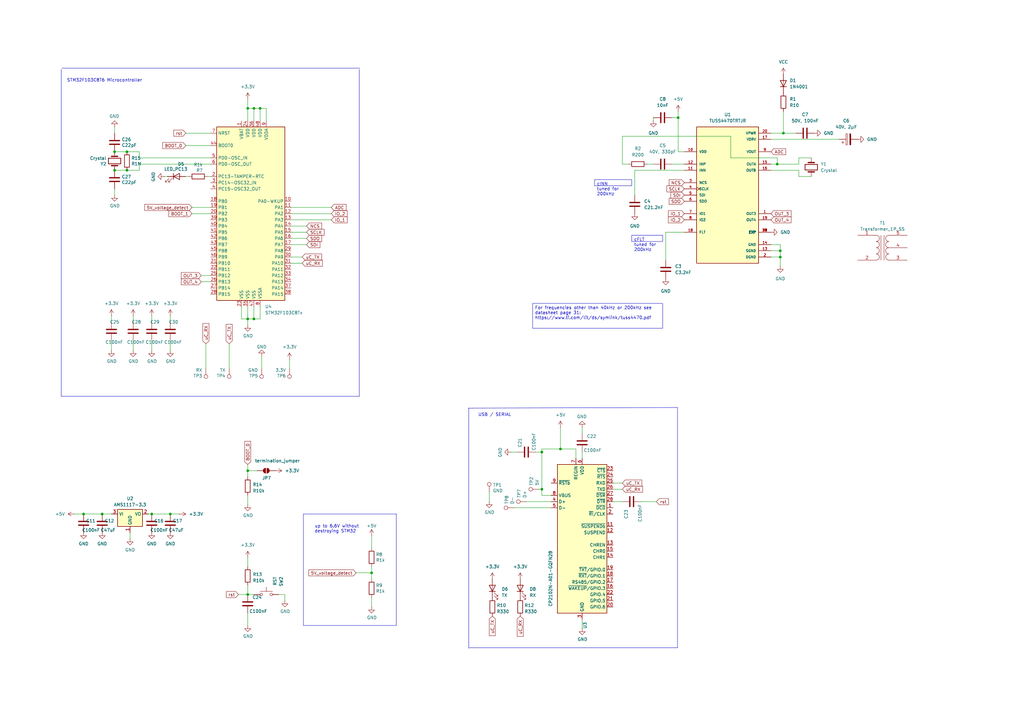
<source format=kicad_sch>
(kicad_sch (version 20231120) (generator "eeschema") (generator_version "8.0")
  (paper "A3")
  (lib_symbols
    (symbol "+3.3V_1" (power) (pin_numbers hide) (pin_names (offset 0) hide)
      (property "Value" "+3.3V" (at 0 3.556 0))
      (symbol "+3.3V_1_1_1"
        (pin power_in line (at 0 0 90) (length 0) (name "~") (number "1"))
      )
    )
    (symbol "Connector:TestPoint" (pin_numbers hide) (pin_names (offset 0.762) hide)
      (property "Reference" "TP" (at 0 6.858 0))
      (property "Value" "TestPoint" (at 0 5.08 0))
      (symbol "TestPoint_1_1"
        (pin passive line (at 0 0 90) (length 2.54) (name "1") (number "1"))
      )
    )
    (symbol "Device:C" (pin_numbers hide) (pin_names (offset 0.254))
      (property "Reference" "C" (at 0.635 2.54 0))
      (property "Value" "C" (at 0.635 -2.54 0))
      (symbol "C_1_1"
        (pin passive line (at 0 3.81 270) (length 2.794) (name "~") (number "1"))
        (pin passive line (at 0 -3.81 90) (length 2.794) (name "~") (number "2"))
      )
    )
    (symbol "Device:C_Polarized" (pin_numbers hide) (pin_names (offset 0.254))
      (property "Reference" "C" (at 0.635 2.54 0))
      (property "Value" "C_Polarized" (at 0.635 -2.54 0))
      (symbol "C_Polarized_1_1"
        (pin passive line (at 0 3.81 270) (length 2.794) (name "~") (number "1"))
        (pin passive line (at 0 -3.81 90) (length 2.794) (name "~") (number "2"))
      )
    )
    (symbol "Device:Crystal" (pin_numbers hide) (pin_names (offset 1.016) hide)
      (property "Reference" "Y" (at 0 3.81 0))
      (property "Value" "Crystal" (at 0 -3.81 0))
      (symbol "Crystal_1_1"
        (pin passive line (at -3.81 0 0) (length 1.27) (name "1") (number "1"))
        (pin passive line (at 3.81 0 180) (length 1.27) (name "2") (number "2"))
      )
    )
    (symbol "Device:LED" (pin_numbers hide) (pin_names (offset 1.016) hide)
      (property "Reference" "D" (at 0 2.54 0))
      (property "Value" "LED" (at 0 -2.54 0))
      (symbol "LED_1_1"
        (pin passive line (at -3.81 0 0) (length 2.54) (name "K") (number "1"))
        (pin passive line (at 3.81 0 180) (length 2.54) (name "A") (number "2"))
      )
    )
    (symbol "Device:R" (pin_numbers hide) (pin_names (offset 0))
      (property "Reference" "R" (at 2.032 0 90))
      (property "Value" "R" (at 0 0 90))
      (symbol "R_1_1"
        (pin passive line (at 0 3.81 270) (length 1.27) (name "~") (number "1"))
        (pin passive line (at 0 -3.81 90) (length 1.27) (name "~") (number "2"))
      )
    )
    (symbol "Device:Transformer_1P_SS" (pin_names (offset 1.016) hide)
      (property "Reference" "T" (at 0 6.35 0))
      (property "Value" "Transformer_1P_SS" (at 0 -7.62 0))
      (symbol "Transformer_1P_SS_1_1"
        (pin passive line (at -10.16 5.08 0) (length 7.62) (name "AA") (number "1"))
        (pin passive line (at -10.16 -5.08 0) (length 7.62) (name "AB") (number "2"))
        (pin passive line (at 10.16 -5.08 180) (length 7.62) (name "SA") (number "3"))
        (pin passive line (at 10.16 0 180) (length 7.62) (name "SC") (number "4"))
        (pin passive line (at 10.16 5.08 180) (length 7.62) (name "SB") (number "5"))
      )
    )
    (symbol "Diode:1N4001" (pin_numbers hide) (pin_names hide)
      (property "Reference" "D" (at 0 2.54 0))
      (property "Value" "1N4001" (at 0 -2.54 0))
      (symbol "1N4001_1_1"
        (pin passive line (at -3.81 0 0) (length 2.54) (name "K") (number "1"))
        (pin passive line (at 3.81 0 180) (length 2.54) (name "A") (number "2"))
      )
    )
    (symbol "Interface_USB:CP2102N-A01-GQFN28"
      (property "Reference" "U" (at -7.62 31.75 0))
      (property "Value" "Interface_USB_CP2102N-A01-GQFN28" (at 26.67 31.75 0))
      (symbol "CP2102N-A01-GQFN28_1_1"
        (pin input line (at 12.7 12.7 180) (length 2.54) (name "~{DCD}") (number "1"))
        (pin no_connect line (at -10.16 -10.16 0) (length 2.54) hide (name "NC") (number "10"))
        (pin output line (at 12.7 5.08 180) (length 2.54) (name "~{SUSPENDb}") (number "11"))
        (pin output line (at 12.7 2.54 180) (length 2.54) (name "SUSPEND") (number "12"))
        (pin output line (at 12.7 -2.54 180) (length 2.54) (name "CHREN") (number "13"))
        (pin output line (at 12.7 -7.62 180) (length 2.54) (name "CHR1") (number "14"))
        (pin output line (at 12.7 -5.08 180) (length 2.54) (name "CHR0") (number "15"))
        (pin bidirectional line (at 12.7 -20.32 180) (length 2.54) (name "~{WAKEUP}/GPIO.3") (number "16"))
        (pin bidirectional line (at 12.7 -17.78 180) (length 2.54) (name "RS485/GPIO.2") (number "17"))
        (pin bidirectional line (at 12.7 -15.24 180) (length 2.54) (name "~{RXT}/GPIO.1") (number "18"))
        (pin bidirectional line (at 12.7 -12.7 180) (length 2.54) (name "~{TXT}/GPIO.0") (number "19"))
        (pin bidirectional line (at 12.7 10.16 180) (length 2.54) (name "~{RI}/CLK") (number "2"))
        (pin bidirectional line (at 12.7 -27.94 180) (length 2.54) (name "GPIO.6") (number "20"))
        (pin bidirectional line (at 12.7 -25.4 180) (length 2.54) (name "GPIO.5") (number "21"))
        (pin bidirectional line (at 12.7 -22.86 180) (length 2.54) (name "GPIO.4") (number "22"))
        (pin input line (at 12.7 27.94 180) (length 2.54) (name "~{CTS}") (number "23"))
        (pin output line (at 12.7 25.4 180) (length 2.54) (name "~{RTS}") (number "24"))
        (pin input line (at 12.7 22.86 180) (length 2.54) (name "RXD") (number "25"))
        (pin output line (at 12.7 20.32 180) (length 2.54) (name "TXD") (number "26"))
        (pin input line (at 12.7 17.78 180) (length 2.54) (name "~{DSR}") (number "27"))
        (pin output line (at 12.7 15.24 180) (length 2.54) (name "~{DTR}") (number "28"))
        (pin passive line (at 0 -33.02 90) (length 2.54) hide (name "GND") (number "29"))
        (pin power_in line (at 0 -33.02 90) (length 2.54) (name "GND") (number "3"))
        (pin bidirectional line (at -12.7 15.24 0) (length 2.54) (name "D+") (number "4"))
        (pin bidirectional line (at -12.7 12.7 0) (length 2.54) (name "D-") (number "5"))
        (pin passive line (at 0 33.02 270) (length 2.54) (name "VDD") (number "6"))
        (pin power_in line (at -2.54 33.02 270) (length 2.54) (name "REGIN") (number "7"))
        (pin input line (at -12.7 17.78 0) (length 2.54) (name "VBUS") (number "8"))
        (pin input line (at -12.7 22.86 0) (length 2.54) (name "~{RSTb}") (number "9"))
      )
    )
    (symbol "Jumper:SolderJumper_2_Open" (pin_numbers hide) (pin_names (offset 0) hide) (exclude_from_sim yes) (in_bom no)
      (property "Reference" "JP" (at 0 2.032 0))
      (property "Value" "SolderJumper_2_Open" (at 0 -2.54 0))
      (symbol "SolderJumper_2_Open_1_1"
        (pin passive line (at -3.81 0 0) (length 2.54) (name "A") (number "1"))
        (pin passive line (at 3.81 0 180) (length 2.54) (name "B") (number "2"))
      )
    )
    (symbol "MCU_ST_STM32F1:STM32F103C8Tx"
      (property "Reference" "U3" (at 4.5594 -38.1 0))
      (property "Value" "STM32F103C8Tx" (at 4.5594 -40.64 0))
      (symbol "STM32F103C8Tx_1_1"
        (pin power_in line (at -5.08 38.1 270) (length 2.54) (name "VBAT") (number "1"))
        (pin bidirectional line (at 15.24 5.08 180) (length 2.54) (name "PA0-WKUP") (number "10"))
        (pin bidirectional line (at 15.24 2.54 180) (length 2.54) (name "PA1") (number "11"))
        (pin bidirectional line (at 15.24 0 180) (length 2.54) (name "PA2") (number "12"))
        (pin bidirectional line (at 15.24 -2.54 180) (length 2.54) (name "PA3") (number "13"))
        (pin bidirectional line (at 15.24 -5.08 180) (length 2.54) (name "PA4") (number "14"))
        (pin bidirectional line (at 15.24 -7.62 180) (length 2.54) (name "PA5") (number "15"))
        (pin bidirectional line (at 15.24 -10.16 180) (length 2.54) (name "PA6") (number "16"))
        (pin bidirectional line (at 15.24 -12.7 180) (length 2.54) (name "PA7") (number "17"))
        (pin bidirectional line (at -17.78 5.08 0) (length 2.54) (name "PB0") (number "18"))
        (pin bidirectional line (at -17.78 2.54 0) (length 2.54) (name "PB1") (number "19"))
        (pin bidirectional line (at -17.78 15.24 0) (length 2.54) (name "PC13-TAMPER-RTC") (number "2"))
        (pin bidirectional line (at -17.78 0 0) (length 2.54) (name "PB2") (number "20"))
        (pin bidirectional line (at -17.78 -20.32 0) (length 2.54) (name "PB10") (number "21"))
        (pin bidirectional line (at -17.78 -22.86 0) (length 2.54) (name "PB11") (number "22"))
        (pin power_in line (at -5.08 -38.1 90) (length 2.54) (name "VSS") (number "23"))
        (pin power_in line (at -2.54 38.1 270) (length 2.54) (name "VDD") (number "24"))
        (pin bidirectional line (at -17.78 -25.4 0) (length 2.54) (name "PB12") (number "25"))
        (pin bidirectional line (at -17.78 -27.94 0) (length 2.54) (name "PB13") (number "26"))
        (pin bidirectional line (at -17.78 -30.48 0) (length 2.54) (name "PB14") (number "27"))
        (pin bidirectional line (at -17.78 -33.02 0) (length 2.54) (name "PB15") (number "28"))
        (pin bidirectional line (at 15.24 -15.24 180) (length 2.54) (name "PA8") (number "29"))
        (pin bidirectional line (at -17.78 12.7 0) (length 2.54) (name "PC14-OSC32_IN") (number "3"))
        (pin bidirectional line (at 15.24 -17.78 180) (length 2.54) (name "PA9") (number "30"))
        (pin bidirectional line (at 15.24 -20.32 180) (length 2.54) (name "PA10") (number "31"))
        (pin bidirectional line (at 15.24 -22.86 180) (length 2.54) (name "PA11") (number "32"))
        (pin bidirectional line (at 15.24 -25.4 180) (length 2.54) (name "PA12") (number "33"))
        (pin bidirectional line (at 15.24 -27.94 180) (length 2.54) (name "PA13") (number "34"))
        (pin power_in line (at -2.54 -38.1 90) (length 2.54) (name "VSS") (number "35"))
        (pin power_in line (at 0 38.1 270) (length 2.54) (name "VDD") (number "36"))
        (pin bidirectional line (at 15.24 -30.48 180) (length 2.54) (name "PA14") (number "37"))
        (pin bidirectional line (at 15.24 -33.02 180) (length 2.54) (name "PA15") (number "38"))
        (pin bidirectional line (at -17.78 -2.54 0) (length 2.54) (name "PB3") (number "39"))
        (pin bidirectional line (at -17.78 10.16 0) (length 2.54) (name "PC15-OSC32_OUT") (number "4"))
        (pin bidirectional line (at -17.78 -5.08 0) (length 2.54) (name "PB4") (number "40"))
        (pin bidirectional line (at -17.78 -7.62 0) (length 2.54) (name "PB5") (number "41"))
        (pin bidirectional line (at -17.78 -10.16 0) (length 2.54) (name "PB6") (number "42"))
        (pin bidirectional line (at -17.78 -12.7 0) (length 2.54) (name "PB7") (number "43"))
        (pin input line (at -17.78 27.94 0) (length 2.54) (name "BOOT0") (number "44"))
        (pin bidirectional line (at -17.78 -15.24 0) (length 2.54) (name "PB8") (number "45"))
        (pin bidirectional line (at -17.78 -17.78 0) (length 2.54) (name "PB9") (number "46"))
        (pin power_in line (at 0 -38.1 90) (length 2.54) (name "VSS") (number "47"))
        (pin power_in line (at 2.54 38.1 270) (length 2.54) (name "VDD") (number "48"))
        (pin input line (at -17.78 22.86 0) (length 2.54) (name "PD0-OSC_IN") (number "5"))
        (pin input line (at -17.78 20.32 0) (length 2.54) (name "PD0-OSC_OUT") (number "6"))
        (pin input line (at -17.78 33.02 0) (length 2.54) (name "NRST") (number "7"))
        (pin power_in line (at 2.54 -38.1 90) (length 2.54) (name "VSSA") (number "8"))
        (pin power_in line (at 5.08 38.1 270) (length 2.54) (name "VDDA") (number "9"))
      )
    )
    (symbol "Regulator_Linear:AMS1117-3.3"
      (property "Reference" "U" (at -3.81 3.175 0))
      (property "Value" "AMS1117-3.3" (at 0 3.175 0))
      (symbol "AMS1117-3.3_1_1"
        (pin power_in line (at 0 -7.62 90) (length 2.54) (name "GND") (number "1"))
        (pin power_out line (at 7.62 0 180) (length 2.54) (name "VO") (number "2"))
        (pin power_in line (at -7.62 0 0) (length 2.54) (name "VI") (number "3"))
      )
    )
    (symbol "Switch:SW_Push" (pin_numbers hide) (pin_names (offset 1.016) hide)
      (property "Reference" "SW" (at 1.27 2.54 0))
      (property "Value" "SW_Push" (at 0 -1.524 0))
      (symbol "SW_Push_0_1"
        (pin passive line (at -5.08 0 0) (length 2.54) (name "1") (number "1"))
        (pin passive line (at 5.08 0 180) (length 2.54) (name "2") (number "2"))
      )
    )
    (symbol "TUSS4470TRTJR:TUSS4470TRTJR" (pin_names (offset 1.016))
      (property "Reference" "U" (at -12.7 29.21 0))
      (property "Value" "TUSS4470TRTJR" (at -12.7 -29.21 0))
      (symbol "TUSS4470TRTJR_0_0"
        (pin output line (at 17.78 -7.62 180) (length 5.08) (name "OUT3") (number "1"))
        (pin input line (at -17.78 17.78 0) (length 5.08) (name "VDD") (number "10"))
        (pin input line (at -17.78 10.16 0) (length 5.08) (name "INN") (number "11"))
        (pin input line (at -17.78 12.7 0) (length 5.08) (name "INP") (number "12"))
        (pin power_in line (at 17.78 -22.86 180) (length 5.08) (name "SGND") (number "13"))
        (pin power_in line (at 17.78 -20.32 180) (length 5.08) (name "GND") (number "14"))
        (pin output line (at 17.78 12.7 180) (length 5.08) (name "OUTA") (number "15"))
        (pin output line (at 17.78 10.16 180) (length 5.08) (name "OUTB") (number "16"))
        (pin power_in line (at 17.78 22.86 180) (length 5.08) (name "VDRV") (number "17"))
        (pin bidirectional line (at -17.78 -15.24 0) (length 5.08) (name "FLT") (number "18"))
        (pin output line (at 17.78 -10.16 180) (length 5.08) (name "OUT4") (number "19"))
        (pin power_in line (at 17.78 -25.4 180) (length 5.08) (name "DGND") (number "2"))
        (pin power_in line (at 17.78 25.4 180) (length 5.08) (name "VPWR") (number "20"))
        (pin passive line (at 17.78 -15.24 180) (length 5.08) (name "EXP") (number "21"))
        (pin passive line (at 17.78 -15.24 180) (length 5.08) (name "EXP") (number "22"))
        (pin passive line (at 17.78 -15.24 180) (length 5.08) (name "EXP") (number "23"))
        (pin passive line (at 17.78 -15.24 180) (length 5.08) (name "EXP") (number "24"))
        (pin passive line (at 17.78 -15.24 180) (length 5.08) (name "EXP") (number "25"))
        (pin passive line (at 17.78 -15.24 180) (length 5.08) (name "EXP") (number "26"))
        (pin passive line (at 17.78 -15.24 180) (length 5.08) (name "EXP") (number "27"))
        (pin passive line (at 17.78 -15.24 180) (length 5.08) (name "EXP") (number "28"))
        (pin passive line (at 17.78 -15.24 180) (length 5.08) (name "EXP") (number "29"))
        (pin input line (at -17.78 5.08 0) (length 5.08) (name "NCS") (number "3"))
        (pin passive line (at 17.78 -15.24 180) (length 5.08) (name "EXP") (number "30"))
        (pin input clock (at -17.78 2.54 0) (length 5.08) (name "SCLK") (number "4"))
        (pin input line (at -17.78 0 0) (length 5.08) (name "SDI") (number "5"))
        (pin output line (at -17.78 -2.54 0) (length 5.08) (name "SDO") (number "6"))
        (pin bidirectional line (at -17.78 -7.62 0) (length 5.08) (name "IO1") (number "7"))
        (pin bidirectional line (at -17.78 -10.16 0) (length 5.08) (name "IO2") (number "8"))
        (pin output line (at 17.78 17.78 180) (length 5.08) (name "VOUT") (number "9"))
      )
    )
    (symbol "power:+5V" (power) (pin_numbers hide) (pin_names (offset 0) hide)
      (property "Value" "+5V" (at 0 3.556 0))
      (symbol "+5V_1_1"
        (pin power_in line (at 0 0 90) (length 0) (name "~") (number "1"))
      )
    )
    (symbol "power:GND" (power) (pin_numbers hide) (pin_names (offset 0) hide)
      (property "Value" "GND" (at 0 -3.81 0))
      (symbol "GND_1_1"
        (pin power_in line (at 0 0 270) (length 0) (name "~") (number "1"))
      )
    )
    (symbol "power:VCC" (power) (pin_numbers hide) (pin_names (offset 0) hide)
      (property "Value" "VCC" (at 0 3.556 0))
      (symbol "VCC_1_1"
        (pin power_in line (at 0 0 90) (length 0) (name "~") (number "1"))
      )
    )
  )
  (junction (at 62.23 210.82))
  (junction (at 222.25 200.66))
  (junction (at 152.4 234.95))
  (junction (at 52.07 62.23))
  (junction (at 101.6 44.45))
  (junction (at 52.07 69.85))
  (junction (at 104.14 44.45))
  (junction (at 101.6 193.04))
  (junction (at 41.91 210.82))
  (junction (at 320.04 105.41))
  (junction (at 46.99 69.85))
  (junction (at 278.13 48.26))
  (junction (at 320.04 102.87))
  (junction (at 69.85 210.82))
  (junction (at 34.29 210.82))
  (junction (at 104.14 130.81))
  (junction (at 106.68 44.45))
  (junction (at 46.99 62.23))
  (junction (at 229.87 184.15))
  (junction (at 101.6 130.81))
  (junction (at 101.6 243.84))
  (junction (at 321.31 54.61))
  (junction (at 222.25 185.42))
  (junction (at 318.77 67.31))
  (wire (pts (xy 278.13 48.26) (xy 278.13 62.23)))
  (wire (pts (xy 236.22 187.96) (xy 236.22 184.15)))
  (wire (pts (xy 34.29 210.82) (xy 41.91 210.82)))
  (wire (pts (xy 45.72 139.7) (xy 45.72 143.764)))
  (wire (pts (xy 82.55 113.03) (xy 86.36 113.03)))
  (wire (pts (xy 280.67 69.85) (xy 260.35 69.85)))
  (wire (pts (xy 101.6 130.81) (xy 104.14 130.81)))
  (wire (pts (xy 275.59 48.26) (xy 278.13 48.26)))
  (polyline (pts (xy 162.56 256.54) (xy 124.46 256.54)))
  (wire (pts (xy 41.91 210.82) (xy 45.72 210.82)))
  (wire (pts (xy 125.73 92.71) (xy 119.38 92.71)))
  (wire (pts (xy 332.74 64.77) (xy 327.66 64.77)))
  (wire (pts (xy 299.72 64.77) (xy 318.77 64.77)))
  (wire (pts (xy 101.6 240.03) (xy 101.6 243.84)))
  (wire (pts (xy 45.72 129.54) (xy 45.72 132.08)))
  (wire (pts (xy 54.61 139.7) (xy 54.61 143.764)))
  (wire (pts (xy 321.31 45.72) (xy 321.31 54.61)))
  (wire (pts (xy 106.68 125.73) (xy 106.68 130.81)))
  (wire (pts (xy 54.61 129.54) (xy 54.61 132.08)))
  (wire (pts (xy 229.87 175.26) (xy 229.87 184.15)))
  (wire (pts (xy 327.66 69.85) (xy 327.66 72.39)))
  (wire (pts (xy 135.89 87.63) (xy 119.38 87.63)))
  (wire (pts (xy 104.14 125.73) (xy 104.14 130.81)))
  (wire (pts (xy 321.31 54.61) (xy 326.39 54.61)))
  (wire (pts (xy 93.98 140.97) (xy 93.98 151.13)))
  (wire (pts (xy 101.6 195.58) (xy 101.6 193.04)))
  (wire (pts (xy 265.43 67.31) (xy 267.97 67.31)))
  (wire (pts (xy 316.23 102.87) (xy 320.04 102.87)))
  (wire (pts (xy 262.89 205.74) (xy 269.24 205.74)))
  (wire (pts (xy 30.48 210.82) (xy 34.29 210.82)))
  (wire (pts (xy 125.73 97.79) (xy 119.38 97.79)))
  (wire (pts (xy 57.15 64.77) (xy 86.36 64.77)))
  (wire (pts (xy 69.85 210.82) (xy 73.66 210.82)))
  (wire (pts (xy 114.3 243.84) (xy 116.84 243.84)))
  (wire (pts (xy 251.46 205.74) (xy 255.27 205.74)))
  (wire (pts (xy 86.36 72.39) (xy 85.09 72.39)))
  (wire (pts (xy 318.77 67.31) (xy 327.66 67.31)))
  (wire (pts (xy 52.07 62.23) (xy 57.15 62.23)))
  (polyline (pts (xy 162.56 210.82) (xy 162.56 256.54)))
  (wire (pts (xy 62.23 210.82) (xy 60.96 210.82)))
  (wire (pts (xy 116.84 243.84) (xy 116.84 246.38)))
  (wire (pts (xy 229.87 184.15) (xy 222.25 184.15)))
  (polyline (pts (xy 277.876 265.684) (xy 192.532 265.684)))
  (wire (pts (xy 118.745 151.13) (xy 118.745 147.32)))
  (wire (pts (xy 222.25 185.42) (xy 219.71 185.42)))
  (wire (pts (xy 101.6 44.45) (xy 101.6 40.64)))
  (wire (pts (xy 101.6 44.45) (xy 104.14 44.45)))
  (wire (pts (xy 327.66 64.77) (xy 327.66 67.31)))
  (polyline (pts (xy 147.32 28.448) (xy 147.32 162.56)))
  (wire (pts (xy 101.6 203.2) (xy 101.6 207.01)))
  (wire (pts (xy 255.27 200.66) (xy 251.46 200.66)))
  (wire (pts (xy 84.455 151.13) (xy 84.455 140.97)))
  (wire (pts (xy 101.6 44.45) (xy 101.6 49.53)))
  (wire (pts (xy 104.14 44.45) (xy 104.14 49.53)))
  (wire (pts (xy 107.315 151.13) (xy 107.315 146.05)))
  (wire (pts (xy 52.07 69.85) (xy 57.15 69.85)))
  (polyline (pts (xy 124.46 210.82) (xy 162.56 210.82)))
  (wire (pts (xy 152.4 245.11) (xy 152.4 248.92)))
  (wire (pts (xy 104.14 44.45) (xy 106.68 44.45)))
  (wire (pts (xy 46.99 54.61) (xy 46.99 52.07)))
  (wire (pts (xy 267.97 49.53) (xy 267.97 48.26)))
  (wire (pts (xy 135.89 90.17) (xy 119.38 90.17)))
  (wire (pts (xy 99.06 130.81) (xy 99.06 125.73)))
  (wire (pts (xy 275.59 67.31) (xy 280.67 67.31)))
  (wire (pts (xy 82.55 115.57) (xy 86.36 115.57)))
  (wire (pts (xy 101.6 125.73) (xy 101.6 130.81)))
  (wire (pts (xy 76.2 59.69) (xy 86.36 59.69)))
  (wire (pts (xy 222.25 200.66) (xy 220.98 200.66)))
  (wire (pts (xy 344.17 57.15) (xy 316.23 57.15)))
  (wire (pts (xy 238.76 177.8) (xy 238.76 175.26)))
  (wire (pts (xy 200.66 201.93) (xy 200.66 205.74)))
  (wire (pts (xy 255.27 55.88) (xy 299.72 55.88)))
  (wire (pts (xy 316.23 100.33) (xy 320.04 100.33)))
  (wire (pts (xy 255.27 67.31) (xy 257.81 67.31)))
  (wire (pts (xy 101.6 251.46) (xy 101.6 256.54)))
  (polyline (pts (xy 124.46 210.82) (xy 124.46 256.54)))
  (wire (pts (xy 316.23 54.61) (xy 321.31 54.61)))
  (wire (pts (xy 69.85 129.54) (xy 69.85 132.08)))
  (wire (pts (xy 106.68 44.45) (xy 106.68 49.53)))
  (wire (pts (xy 236.22 184.15) (xy 229.87 184.15)))
  (wire (pts (xy 226.06 203.2) (xy 222.25 203.2)))
  (wire (pts (xy 238.76 187.96) (xy 238.76 185.42)))
  (wire (pts (xy 106.68 130.81) (xy 104.14 130.81)))
  (wire (pts (xy 135.89 85.09) (xy 119.38 85.09)))
  (wire (pts (xy 125.73 100.33) (xy 119.38 100.33)))
  (wire (pts (xy 212.09 185.42) (xy 209.55 185.42)))
  (wire (pts (xy 62.23 210.82) (xy 69.85 210.82)))
  (wire (pts (xy 146.05 234.95) (xy 152.4 234.95)))
  (wire (pts (xy 238.76 254) (xy 238.76 257.81)))
  (wire (pts (xy 62.23 129.54) (xy 62.23 132.08)))
  (wire (pts (xy 97.79 243.84) (xy 101.6 243.84)))
  (wire (pts (xy 76.2 54.61) (xy 86.36 54.61)))
  (wire (pts (xy 278.13 45.72) (xy 278.13 48.26)))
  (wire (pts (xy 226.06 208.28) (xy 210.82 208.28)))
  (wire (pts (xy 77.47 72.39) (xy 76.2 72.39)))
  (wire (pts (xy 101.6 243.84) (xy 104.14 243.84)))
  (wire (pts (xy 320.04 105.41) (xy 320.04 109.22)))
  (polyline (pts (xy 277.876 167.132) (xy 277.876 265.684)))
  (wire (pts (xy 67.31 72.39) (xy 68.58 72.39)))
  (wire (pts (xy 152.4 224.79) (xy 152.4 219.71)))
  (wire (pts (xy 119.38 107.95) (xy 123.952 107.95)))
  (wire (pts (xy 57.15 67.31) (xy 86.36 67.31)))
  (wire (pts (xy 101.6 193.04) (xy 101.6 190.5)))
  (wire (pts (xy 57.15 67.31) (xy 57.15 69.85)))
  (wire (pts (xy 320.04 102.87) (xy 320.04 105.41)))
  (wire (pts (xy 106.68 44.45) (xy 109.22 44.45)))
  (wire (pts (xy 46.99 62.23) (xy 52.07 62.23)))
  (wire (pts (xy 101.6 130.81) (xy 101.6 133.35)))
  (wire (pts (xy 53.34 220.98) (xy 53.34 218.44)))
  (wire (pts (xy 318.77 64.77) (xy 318.77 67.31)))
  (polyline (pts (xy 25.146 162.56) (xy 147.32 162.56)))
  (wire (pts (xy 69.85 139.7) (xy 69.85 143.764)))
  (wire (pts (xy 152.4 232.41) (xy 152.4 234.95)))
  (wire (pts (xy 316.23 105.41) (xy 320.04 105.41)))
  (wire (pts (xy 119.38 105.41) (xy 123.952 105.41)))
  (wire (pts (xy 278.13 62.23) (xy 280.67 62.23)))
  (polyline (pts (xy 147.574 27.94) (xy 25.4 27.94)))
  (wire (pts (xy 320.04 100.33) (xy 320.04 102.87)))
  (wire (pts (xy 222.25 203.2) (xy 222.25 200.66)))
  (wire (pts (xy 125.73 95.25) (xy 119.38 95.25)))
  (wire (pts (xy 260.35 69.85) (xy 260.35 80.01)))
  (wire (pts (xy 273.05 95.25) (xy 280.67 95.25)))
  (wire (pts (xy 273.05 95.25) (xy 273.05 106.68)))
  (wire (pts (xy 327.66 72.39) (xy 332.74 72.39)))
  (wire (pts (xy 316.23 69.85) (xy 327.66 69.85)))
  (wire (pts (xy 109.22 44.45) (xy 109.22 49.53)))
  (wire (pts (xy 57.15 62.23) (xy 57.15 64.77)))
  (wire (pts (xy 215.9 205.74) (xy 226.06 205.74)))
  (wire (pts (xy 222.25 185.42) (xy 222.25 200.66)))
  (wire (pts (xy 78.74 85.09) (xy 86.36 85.09)))
  (wire (pts (xy 46.99 69.85) (xy 52.07 69.85)))
  (wire (pts (xy 62.23 139.7) (xy 62.23 143.764)))
  (wire (pts (xy 222.25 184.15) (xy 222.25 185.42)))
  (wire (pts (xy 255.27 67.31) (xy 255.27 55.88)))
  (wire (pts (xy 316.23 67.31) (xy 318.77 67.31)))
  (wire (pts (xy 101.6 232.41) (xy 101.6 228.6)))
  (wire (pts (xy 152.4 234.95) (xy 152.4 237.49)))
  (wire (pts (xy 78.74 87.63) (xy 86.36 87.63)))
  (wire (pts (xy 101.6 193.04) (xy 105.41 193.04)))
  (polyline (pts (xy 192.278 167.386) (xy 192.278 265.938)))
  (wire (pts (xy 101.6 130.81) (xy 99.06 130.81)))
  (wire (pts (xy 46.99 77.47) (xy 46.99 80.01)))
  (polyline (pts (xy 25.146 28.448) (xy 25.146 162.56)))
  (wire (pts (xy 299.72 55.88) (xy 299.72 64.77)))
  (polyline (pts (xy 192.024 167.386) (xy 277.876 167.132)))
  (wire (pts (xy 251.46 198.12) (xy 255.27 198.12)))
  (text_box "cFLT\ntuned for 200kHz" (at 259.08 96.52 0) (size 12.7 2.54) (effects (font (size 1.27 1.27)) (justify left top)))
  (text_box "For frequencies other than 40kHz or 200kHz see datasheet page 31:\nhttps://www.ti.com/lit/ds/symlink/tuss4470.pdf" (at 218.44 124.46 0) (size 53.34 10.16) (effects (font (size 1.27 1.27)) (justify left top)))
  (text_box "cINN\ntuned for 200kHz" (at 243.84 73.66 0) (size 15.24 2.54) (effects (font (size 1.27 1.27)) (justify left top)))
  (text "USB / SERIAL" (at 196.088 170.942 0) (effects (font (size 1.27 1.27)) (justify left bottom)))
  (text "up to 6.6V without \ndestroying STM32" (at 129.032 218.694 0) (effects (font (size 1.27 1.27)) (justify left bottom)))
  (text "STM32F103C8T6 Microcontroller" (at 27.432 33.782 0) (effects (font (size 1.27 1.27)) (justify left bottom)))
  (global_label "NCS" (shape input) (at 280.67 74.93 180) (property "Intersheetrefs" "${INTERSHEET_REFS}" (effects (hide yes))))
  (global_label "SDO" (shape input) (at 125.73 97.79 0) (property "Intersheetrefs" "${INTERSHEET_REFS}" (effects (hide yes))))
  (global_label "uC_RX" (shape input) (at 84.455 140.97 90) (property "Intersheetrefs" "${INTERSHEET_REFS}" (effects (hide yes))))
  (global_label "SCLK" (shape input) (at 280.67 77.47 180) (property "Intersheetrefs" "${INTERSHEET_REFS}" (effects (hide yes))))
  (global_label "uC_RX" (shape input) (at 123.952 107.95 0) (property "Intersheetrefs" "${INTERSHEET_REFS}" (effects (hide yes))))
  (global_label "SDI" (shape input) (at 125.73 100.33 0) (property "Intersheetrefs" "${INTERSHEET_REFS}" (effects (hide yes))))
  (global_label "IO_2" (shape input) (at 135.89 87.63 0) (property "Intersheetrefs" "${INTERSHEET_REFS}" (effects (hide yes))))
  (global_label "uC_TX" (shape input) (at 93.98 140.97 90) (property "Intersheetrefs" "${INTERSHEET_REFS}" (effects (hide yes))))
  (global_label "SDO" (shape input) (at 280.67 82.55 180) (property "Intersheetrefs" "${INTERSHEET_REFS}" (effects (hide yes))))
  (global_label "OUT_3" (shape input) (at 82.55 113.03 180) (property "Intersheetrefs" "${INTERSHEET_REFS}" (effects (hide yes))))
  (global_label "5V_voltage_detect" (shape input) (at 78.74 85.09 180) (property "Intersheetrefs" "${INTERSHEET_REFS}" (effects (hide yes))))
  (global_label "BOOT_0" (shape input) (at 101.6 190.5 90) (property "Intersheetrefs" "${INTERSHEET_REFS}" (effects (hide yes))))
  (global_label "ADC" (shape input) (at 316.23 62.23 0) (property "Intersheetrefs" "${INTERSHEET_REFS}" (effects (hide yes))))
  (global_label "SCLK" (shape input) (at 125.73 95.25 0) (property "Intersheetrefs" "${INTERSHEET_REFS}" (effects (hide yes))))
  (global_label "OUT_4" (shape input) (at 316.23 90.17 0) (property "Intersheetrefs" "${INTERSHEET_REFS}" (effects (hide yes))))
  (global_label "uC_RX" (shape input) (at 255.27 200.66 0) (property "Intersheetrefs" "${INTERSHEET_REFS}" (effects (hide yes))))
  (global_label "uC_TX" (shape input) (at 201.93 252.73 270) (property "Intersheetrefs" "${INTERSHEET_REFS}" (effects (hide yes))))
  (global_label "NCS" (shape input) (at 125.73 92.71 0) (property "Intersheetrefs" "${INTERSHEET_REFS}" (effects (hide yes))))
  (global_label "BOOT_0" (shape input) (at 76.2 59.69 180) (property "Intersheetrefs" "${INTERSHEET_REFS}" (effects (hide yes))))
  (global_label "uC_RX" (shape input) (at 213.36 252.73 270) (property "Intersheetrefs" "${INTERSHEET_REFS}" (effects (hide yes))))
  (global_label "uC_TX" (shape input) (at 123.952 105.41 0) (property "Intersheetrefs" "${INTERSHEET_REFS}" (effects (hide yes))))
  (global_label "SDI" (shape input) (at 280.67 80.01 180) (property "Intersheetrefs" "${INTERSHEET_REFS}" (effects (hide yes))))
  (global_label "OUT_3" (shape input) (at 316.23 87.63 0) (property "Intersheetrefs" "${INTERSHEET_REFS}" (effects (hide yes))))
  (global_label "rst" (shape input) (at 76.2 54.61 180) (property "Intersheetrefs" "${INTERSHEET_REFS}" (effects (hide yes))))
  (global_label "BOOT_1" (shape input) (at 78.74 87.63 180) (property "Intersheetrefs" "${INTERSHEET_REFS}" (effects (hide yes))))
  (global_label "rst" (shape input) (at 269.24 205.74 0) (property "Intersheetrefs" "${INTERSHEET_REFS}" (effects (hide yes))))
  (global_label "IO_2" (shape input) (at 280.67 90.17 180) (property "Intersheetrefs" "${INTERSHEET_REFS}" (effects (hide yes))))
  (global_label "rst" (shape input) (at 97.79 243.84 180) (property "Intersheetrefs" "${INTERSHEET_REFS}" (effects (hide yes))))
  (global_label "IO_1" (shape input) (at 135.89 90.17 0) (property "Intersheetrefs" "${INTERSHEET_REFS}" (effects (hide yes))))
  (global_label "ADC" (shape input) (at 135.89 85.09 0) (property "Intersheetrefs" "${INTERSHEET_REFS}" (effects (hide yes))))
  (global_label "uC_TX" (shape input) (at 255.27 198.12 0) (property "Intersheetrefs" "${INTERSHEET_REFS}" (effects (hide yes))))
  (global_label "OUT_4" (shape input) (at 82.55 115.57 180) (property "Intersheetrefs" "${INTERSHEET_REFS}" (effects (hide yes))))
  (global_label "IO_1" (shape input) (at 280.67 87.63 180) (property "Intersheetrefs" "${INTERSHEET_REFS}" (effects (hide yes))))
  (global_label "5V_voltage_detect" (shape input) (at 146.05 234.95 180) (property "Intersheetrefs" "${INTERSHEET_REFS}" (effects (hide yes))))
  (symbol (lib_id "power:GND") (at 62.23 143.764 0) (unit 1)
    (property "Reference" "#PWR077" (effects (hide yes)))
    (property "Value" "GND" (at 62.357 148.1582 0))
  )
  (symbol (lib_id "Device:C") (at 46.99 58.42 0) (unit 1)
    (property "Reference" "C26" (at 49.911 57.2516 0) (effects (justify left)))
    (property "Value" "C22pF" (at 49.911 59.563 0) (effects (justify left)))
    (property "Footprint" "Capacitor_SMD:C_0402_1005Metric" (effects (hide yes)))
    (property "LCSC" "C1555" (effects (hide yes)))
  )
  (symbol (lib_name "+3.3V_1") (lib_id "power:+3.3V") (at 101.6 228.6 0) (unit 1)
    (property "Reference" "#PWR063" (effects (hide yes)))
    (property "Value" "+3.3V" (at 101.6 223.52 0))
    (property "Description" "Power symbol creates a global label with name \"+3.3V\"" (effects (hide yes)))
  )
  (symbol (lib_id "Device:C") (at 259.08 205.74 90) (unit 1)
    (property "Reference" "C23" (at 256.794 212.852 0) (effects (justify left)))
    (property "Value" "C100nF" (at 262.509 214.122 0) (effects (justify left)))
    (property "Footprint" "Capacitor_SMD:C_0603_1608Metric" (effects (hide yes)))
    (property "LCSC" "C14663" (effects (hide yes)))
  )
  (symbol (lib_id "power:GND") (at 34.29 218.44 0) (unit 1)
    (property "Reference" "#PWR037" (effects (hide yes)))
    (property "Value" "GND" (at 34.29 223.012 0))
  )
  (symbol (lib_id "Device:C") (at 62.23 214.63 0) (unit 1)
    (property "Reference" "C16" (at 63.246 213.614 0) (effects (justify left)))
    (property "Value" "C100nF" (at 61.595 217.424 0) (effects (justify left)))
    (property "Footprint" "Capacitor_SMD:C_1206_3216Metric" (effects (hide yes)))
    (property "LCSC" "C24497" (effects (hide yes)))
  )
  (symbol (lib_id "power:+5V") (at 152.4 219.71 0) (unit 1)
    (property "Reference" "#PWR050" (effects (hide yes)))
    (property "Value" "+5V" (at 152.4 215.646 0))
  )
  (symbol (lib_id "Device:R") (at 152.4 241.3 0) (unit 1)
    (property "Reference" "R9" (at 154.178 240.1316 0) (effects (justify left)))
    (property "Value" "R1k" (at 154.178 242.443 0) (effects (justify left)))
    (property "Footprint" "Resistor_SMD:R_0603_1608Metric" (effects (hide yes)))
    (property "LCSC" "C21190" (effects (hide yes)))
  )
  (symbol (lib_id "power:+5V") (at 278.13 45.72 0) (unit 1)
    (property "Reference" "#PWR016" (effects (hide yes)))
    (property "Value" "+5V" (at 278.13 40.64 0))
    (property "Description" "Power symbol creates a global label with name \"+5V\"" (effects (hide yes)))
  )
  (symbol (lib_id "Device:C") (at 54.61 135.89 0) (unit 1)
    (property "Reference" "C28" (at 53.975 132.08 0) (effects (justify left)))
    (property "Value" "C100nF" (at 52.07 140.335 0) (effects (justify left)))
    (property "Footprint" "Capacitor_SMD:C_0402_1005Metric" (effects (hide yes)))
    (property "LCSC" "C307331" (effects (hide yes)))
  )
  (symbol (lib_id "Interface_USB:CP2102N-A01-GQFN28") (at 238.76 220.98 0) (unit 1)
    (property "Reference" "U3" (at 239.9284 255.1176 90) (effects (justify right)))
    (property "Value" "CP2102N-A01-GQFN28" (at 225.806 225.806 90) (effects (justify right)))
    (property "Footprint" "Package_DFN_QFN:QFN-28-1EP_5x5mm_P0.5mm_EP3.35x3.35mm" (effects (hide yes)))
    (property "Datasheet" "https://www.silabs.com/documents/public/data-sheets/cp2102n-datasheet.pdf" (effects (hide yes)))
    (property "LCSC" "C6568" (effects (hide yes)))
  )
  (symbol (lib_name "+3.3V_1") (lib_id "power:+3.3V") (at 54.61 129.54 0) (unit 1)
    (property "Reference" "#PWR031" (effects (hide yes)))
    (property "Value" "+3.3V" (at 54.61 124.46 0))
    (property "Description" "Power symbol creates a global label with name \"+3.3V\"" (effects (hide yes)))
  )
  (symbol (lib_id "power:GND") (at 273.05 114.3 0) (unit 1)
    (property "Reference" "#PWR09" (effects (hide yes)))
    (property "Value" "GND" (at 273.05 119.38 0))
    (property "Description" "Power symbol creates a global label with name \"GND\" , ground" (effects (hide yes)))
  )
  (symbol (lib_id "power:GND") (at 152.4 248.92 0) (unit 1)
    (property "Reference" "#PWR051" (effects (hide yes)))
    (property "Value" "GND" (at 152.527 253.3142 0))
  )
  (symbol (lib_id "Device:Crystal") (at 332.74 68.58 90) (unit 1)
    (property "Reference" "Y1" (at 336.55 67.3099 90) (effects (justify right)))
    (property "Value" "Crystal" (at 336.55 69.8499 90) (effects (justify right)))
    (property "Footprint" "Resistor_SMD:R_1206_3216Metric" (effects (hide yes)))
    (property "Description" "Two pin crystal" (effects (hide yes)))
  )
  (symbol (lib_id "MCU_ST_STM32F1:STM32F103C8Tx") (at 104.14 87.63 0) (unit 1)
    (property "Reference" "U4" (at 108.6994 125.73 0) (effects (justify left)))
    (property "Value" "STM32F103C8Tx" (at 108.6994 128.27 0) (effects (justify left)))
    (property "Footprint" "Package_QFP:LQFP-48_7x7mm_P0.5mm" (effects (hide yes)))
    (property "Datasheet" "http://www.st.com/st-web-ui/static/active/en/resource/technical/document/datasheet/CD00161566.pdf" (effects (hide yes)))
    (property "LCSC" "C8734" (effects (hide yes)))
  )
  (symbol (lib_id "Connector:TestPoint") (at 84.455 151.13 180) (unit 1)
    (property "Reference" "TP3" (at 82.9818 154.1272 0) (effects (justify left)))
    (property "Value" "RX" (at 82.9818 151.8158 0) (effects (justify left)))
    (property "Footprint" "TestPoint:TestPoint_Pad_D2.0mm" (effects (hide yes)))
  )
  (symbol (lib_id "Device:LED") (at 213.36 241.3 90) (unit 1)
    (property "Reference" "D8" (at 217.17 241.6174 90) (effects (justify right)))
    (property "Value" "RX" (at 217.17 244.1574 90) (effects (justify right)))
    (property "Footprint" "LED_SMD:LED_0805_2012Metric" (effects (hide yes)))
    (property "LCSC" "C2297" (effects (hide yes)))
  )
  (symbol (lib_id "Device:C") (at 271.78 67.31 90) (unit 1)
    (property "Reference" "C5" (at 271.78 59.69 90))
    (property "Value" "40V, 330pF" (at 271.78 62.23 90))
    (property "Footprint" "Capacitor_SMD:C_0603_1608Metric" (effects (hide yes)))
    (property "Description" "Unpolarized capacitor" (effects (hide yes)))
    (property "LCSC" "C1664" (effects (hide yes)))
  )
  (symbol (lib_id "power:GND") (at 267.97 49.53 0) (unit 1)
    (property "Reference" "#PWR014" (effects (hide yes)))
    (property "Value" "GND" (at 267.97 54.61 0))
    (property "Description" "Power symbol creates a global label with name \"GND\" , ground" (effects (hide yes)))
  )
  (symbol (lib_id "power:GND") (at 316.23 95.25 90) (unit 1)
    (property "Reference" "#PWR019" (effects (hide yes)))
    (property "Value" "GND" (at 320.04 95.2499 90) (effects (justify right)))
    (property "Description" "Power symbol creates a global label with name \"GND\" , ground" (effects (hide yes)))
  )
  (symbol (lib_id "Switch:SW_Push") (at 109.22 243.84 0) (unit 1)
    (property "Reference" "SW2" (at 115.316 236.474 90) (effects (justify right)))
    (property "Value" "RST" (at 112.776 236.474 90) (effects (justify right)))
    (property "Footprint" "Button_Switch_SMD:SW_Push_1P1T_NO_CK_KSC7xxJ" (effects (hide yes)))
    (property "LCSC" "C318884" (effects (hide yes)))
  )
  (symbol (lib_id "Device:C") (at 69.85 214.63 0) (unit 1)
    (property "Reference" "C17" (at 70.866 213.614 0) (effects (justify left)))
    (property "Value" "C47uF" (at 69.215 217.424 0) (effects (justify left)))
    (property "Footprint" "Capacitor_SMD:C_1206_3216Metric" (effects (hide yes)))
    (property "LCSC" "C96123" (effects (hide yes)))
  )
  (symbol (lib_id "Device:R") (at 213.36 248.92 0) (unit 1)
    (property "Reference" "R12" (at 215.138 248.285 0) (effects (justify left)))
    (property "Value" "R330" (at 215.138 250.825 0) (effects (justify left)))
    (property "Footprint" "Resistor_SMD:R_0603_1608Metric" (effects (hide yes)))
    (property "LCSC" "C23138" (effects (hide yes)))
  )
  (symbol (lib_id "power:GND") (at 46.99 80.01 0) (unit 1)
    (property "Reference" "#PWR073" (effects (hide yes)))
    (property "Value" "GND" (at 47.117 84.4042 0))
  )
  (symbol (lib_id "Device:R") (at 261.62 67.31 270) (unit 1)
    (property "Reference" "R2" (at 261.62 60.96 90))
    (property "Value" "R200" (at 261.62 63.5 90))
    (property "Footprint" "Resistor_SMD:R_1206_3216Metric" (effects (hide yes)))
    (property "Description" "Resistor" (effects (hide yes)))
    (property "LCSC" "C18002" (effects (hide yes)))
  )
  (symbol (lib_id "Device:C") (at 34.29 214.63 0) (unit 1)
    (property "Reference" "C11" (at 35.306 213.614 0) (effects (justify left)))
    (property "Value" "C100nF" (at 33.655 217.424 0) (effects (justify left)))
    (property "Footprint" "Capacitor_SMD:C_1206_3216Metric" (effects (hide yes)))
    (property "LCSC" "C24497" (effects (hide yes)))
  )
  (symbol (lib_id "power:GND") (at 69.85 143.764 0) (unit 1)
    (property "Reference" "#PWR080" (effects (hide yes)))
    (property "Value" "GND" (at 69.977 148.1582 0))
  )
  (symbol (lib_id "Device:R") (at 52.07 66.04 0) (unit 1)
    (property "Reference" "R15" (at 53.848 64.8716 0) (effects (justify left)))
    (property "Value" "R1M" (at 53.848 67.183 0) (effects (justify left)))
    (property "Footprint" "Resistor_SMD:R_0402_1005Metric" (effects (hide yes)))
    (property "LCSC" "C26083" (effects (hide yes)))
  )
  (symbol (lib_id "Device:C") (at 62.23 135.89 0) (unit 1)
    (property "Reference" "C29" (at 61.595 132.08 0) (effects (justify left)))
    (property "Value" "C100nF" (at 59.69 140.335 0) (effects (justify left)))
    (property "Footprint" "Capacitor_SMD:C_0402_1005Metric" (effects (hide yes)))
    (property "LCSC" "C307331" (effects (hide yes)))
  )
  (symbol (lib_id "power:GND") (at 238.76 175.26 180) (unit 1)
    (property "Reference" "#PWR061" (effects (hide yes)))
    (property "Value" "GND" (at 238.633 170.8658 0))
  )
  (symbol (lib_id "Device:C") (at 238.76 181.61 0) (unit 1)
    (property "Reference" "C22" (at 240.665 178.943 0) (effects (justify left)))
    (property "Value" "C100nF" (at 239.395 184.658 0) (effects (justify left)))
    (property "Footprint" "Capacitor_SMD:C_0603_1608Metric" (effects (hide yes)))
    (property "LCSC" "C14663" (effects (hide yes)))
  )
  (symbol (lib_id "Device:R") (at 101.6 236.22 0) (unit 1)
    (property "Reference" "R13" (at 103.632 235.585 0) (effects (justify left)))
    (property "Value" "R10k" (at 103.632 238.125 0) (effects (justify left)))
    (property "Footprint" "Resistor_SMD:R_0603_1608Metric" (effects (hide yes)))
    (property "LCSC" "C25804" (effects (hide yes)))
  )
  (symbol (lib_name "+3.3V_1") (lib_id "power:+3.3V") (at 213.36 237.49 0) (unit 1)
    (property "Reference" "#PWR060" (effects (hide yes)))
    (property "Value" "+3.3V" (at 213.36 232.41 0))
    (property "Description" "Power symbol creates a global label with name \"+3.3V\"" (effects (hide yes)))
  )
  (symbol (lib_id "Device:C") (at 330.2 54.61 90) (unit 1)
    (property "Reference" "C7" (at 330.2 46.99 90))
    (property "Value" "50V, 100nF" (at 330.2 49.53 90))
    (property "Footprint" "Capacitor_SMD:C_0603_1608Metric" (effects (hide yes)))
    (property "Description" "Unpolarized capacitor" (effects (hide yes)))
    (property "LCSC" "C14663" (effects (hide yes)))
  )
  (symbol (lib_id "Connector:TestPoint") (at 200.66 201.93 0) (unit 1)
    (property "Reference" "TP1" (at 202.1332 198.9328 0) (effects (justify left)))
    (property "Value" "GND" (at 202.1332 201.2442 0) (effects (justify left)))
    (property "Footprint" "TestPoint:TestPoint_Pad_D2.0mm" (effects (hide yes)))
  )
  (symbol (lib_name "+3.3V_1") (lib_id "power:+3.3V") (at 113.03 193.04 270) (unit 1)
    (property "Reference" "#PWR069" (effects (hide yes)))
    (property "Value" "+3.3V" (at 116.84 193.0399 90) (effects (justify left)))
    (property "Description" "Power symbol creates a global label with name \"+3.3V\"" (effects (hide yes)))
  )
  (symbol (lib_id "power:GND") (at 41.91 218.44 0) (unit 1)
    (property "Reference" "#PWR039" (effects (hide yes)))
    (property "Value" "GND" (at 41.91 223.012 0))
  )
  (symbol (lib_name "+3.3V_1") (lib_id "power:+3.3V") (at 118.745 147.32 0) (unit 1)
    (property "Reference" "#PWR068" (effects (hide yes)))
    (property "Value" "+3.3V" (at 118.745 142.24 0))
    (property "Description" "Power symbol creates a global label with name \"+3.3V\"" (effects (hide yes)))
  )
  (symbol (lib_name "+3.3V_1") (lib_id "power:+3.3V") (at 101.6 40.64 0) (unit 1)
    (property "Reference" "#PWR036" (effects (hide yes)))
    (property "Value" "+3.3V" (at 101.6 35.56 0))
    (property "Description" "Power symbol creates a global label with name \"+3.3V\"" (effects (hide yes)))
  )
  (symbol (lib_id "Connector:TestPoint") (at 118.745 151.13 180) (unit 1)
    (property "Reference" "TP6" (at 117.2718 154.1272 0) (effects (justify left)))
    (property "Value" "3.3V" (at 117.2718 151.8158 0) (effects (justify left)))
    (property "Footprint" "TestPoint:TestPoint_Pad_D2.0mm" (effects (hide yes)))
  )
  (symbol (lib_id "Connector:TestPoint") (at 93.98 151.13 180) (unit 1)
    (property "Reference" "TP4" (at 92.5068 154.1272 0) (effects (justify left)))
    (property "Value" "TX" (at 92.5068 151.8158 0) (effects (justify left)))
    (property "Footprint" "TestPoint:TestPoint_Pad_D2.0mm" (effects (hide yes)))
  )
  (symbol (lib_id "power:GND") (at 69.85 218.44 0) (unit 1)
    (property "Reference" "#PWR042" (effects (hide yes)))
    (property "Value" "GND" (at 69.85 223.012 0))
  )
  (symbol (lib_id "power:VCC") (at 321.31 30.48 0) (unit 1)
    (property "Reference" "#PWR013" (effects (hide yes)))
    (property "Value" "VCC" (at 321.31 25.4 0))
    (property "Description" "Power symbol creates a global label with name \"VCC\"" (effects (hide yes)))
  )
  (symbol (lib_id "Device:Transformer_1P_SS") (at 361.95 101.6 0) (unit 1)
    (property "Reference" "T1" (at 361.9627 91.44 0))
    (property "Value" "Transformer_1P_SS" (at 361.9627 93.98 0))
    (property "Footprint" "Transformer_SMD:UltrasonicTransformer7.8,8" (effects (hide yes)))
    (property "Description" "Transformer, single primary, split secondary" (effects (hide yes)))
  )
  (symbol (lib_id "Device:C") (at 271.78 48.26 90) (unit 1)
    (property "Reference" "C8" (at 271.78 40.64 90))
    (property "Value" "10nF" (at 271.78 43.18 90))
    (property "Footprint" "Capacitor_SMD:C_0603_1608Metric" (effects (hide yes)))
    (property "Description" "Unpolarized capacitor" (effects (hide yes)))
    (property "LCSC" "C57112" (effects (hide yes)))
  )
  (symbol (lib_id "Device:C") (at 69.85 135.89 0) (unit 1)
    (property "Reference" "C30" (at 69.215 132.08 0) (effects (justify left)))
    (property "Value" "C100nF" (at 67.31 140.335 0) (effects (justify left)))
    (property "Footprint" "Capacitor_SMD:C_0402_1005Metric" (effects (hide yes)))
    (property "LCSC" "C307331" (effects (hide yes)))
  )
  (symbol (lib_name "+3.3V_1") (lib_id "power:+3.3V") (at 62.23 129.54 0) (unit 1)
    (property "Reference" "#PWR034" (effects (hide yes)))
    (property "Value" "+3.3V" (at 62.23 124.46 0))
    (property "Description" "Power symbol creates a global label with name \"+3.3V\"" (effects (hide yes)))
  )
  (symbol (lib_id "Diode:1N4001") (at 321.31 34.29 90) (unit 1)
    (property "Reference" "D1" (at 323.85 33.0199 90) (effects (justify right)))
    (property "Value" "1N4001" (at 323.85 35.5599 90) (effects (justify right)))
    (property "Footprint" "Diode_SMD:D_SMA" (effects (hide yes)))
    (property "Datasheet" "http://www.vishay.com/docs/88503/1n4001.pdf" (effects (hide yes)))
    (property "Description" "50V 1A General Purpose Rectifier Diode, DO-41" (effects (hide yes)))
    (property "Sim.Device" "D" (effects (hide yes)))
    (property "Sim.Pins" "1=K 2=A" (effects (hide yes)))
    (property "LCSC" "C727079" (effects (hide yes)))
  )
  (symbol (lib_id "Device:R") (at 201.93 248.92 0) (unit 1)
    (property "Reference" "R10" (at 203.708 248.285 0) (effects (justify left)))
    (property "Value" "R330" (at 203.708 250.825 0) (effects (justify left)))
    (property "Footprint" "Resistor_SMD:R_0603_1608Metric" (effects (hide yes)))
    (property "LCSC" "C23138" (effects (hide yes)))
  )
  (symbol (lib_id "Device:LED") (at 201.93 241.3 90) (unit 1)
    (property "Reference" "D6" (at 205.74 241.6174 90) (effects (justify right)))
    (property "Value" "TX" (at 205.74 244.1574 90) (effects (justify right)))
    (property "Footprint" "LED_SMD:LED_0805_2012Metric" (effects (hide yes)))
    (property "LCSC" "C2297" (effects (hide yes)))
  )
  (symbol (lib_name "+3.3V_1") (lib_id "power:+3.3V") (at 73.66 210.82 270) (unit 1)
    (property "Reference" "#PWR043" (effects (hide yes)))
    (property "Value" "+3.3V" (at 77.47 210.8199 90) (effects (justify left)))
    (property "Description" "Power symbol creates a global label with name \"+3.3V\"" (effects (hide yes)))
  )
  (symbol (lib_id "Device:C") (at 273.05 110.49 0) (unit 1)
    (property "Reference" "C3" (at 276.86 109.2199 0) (effects (justify left)))
    (property "Value" "C3.2nF" (at 276.86 111.7599 0) (effects (justify left)))
    (property "Footprint" "Capacitor_SMD:C_0603_1608Metric" (effects (hide yes)))
    (property "Description" "Unpolarized capacitor" (effects (hide yes)))
    (property "LCSC" "C1613" (effects (hide yes)))
  )
  (symbol (lib_id "Connector:TestPoint") (at 210.82 208.28 90) (unit 1)
    (property "Reference" "TP8" (at 207.8228 206.8068 0) (effects (justify left)))
    (property "Value" "D-" (at 210.1342 206.8068 0) (effects (justify left)))
    (property "Footprint" "TestPoint:TestPoint_Pad_D2.0mm" (effects (hide yes)))
  )
  (symbol (lib_id "Device:C_Polarized") (at 347.98 57.15 90) (unit 1)
    (property "Reference" "C6" (at 347.091 49.53 90))
    (property "Value" "40V, 2µF" (at 347.091 52.07 90))
    (property "Footprint" "Capacitor_SMD:C_1206_3216Metric" (effects (hide yes)))
    (property "Description" "Polarized capacitor" (effects (hide yes)))
    (property "LCSC" "C50254" (effects (hide yes)))
  )
  (symbol (lib_id "Device:R") (at 101.6 199.39 0) (unit 1)
    (property "Reference" "R14" (at 103.632 198.755 0) (effects (justify left)))
    (property "Value" "R10k" (at 103.632 201.295 0) (effects (justify left)))
    (property "Footprint" "Resistor_SMD:R_0603_1608Metric" (effects (hide yes)))
    (property "LCSC" "C25804" (effects (hide yes)))
  )
  (symbol (lib_id "power:GND") (at 53.34 220.98 0) (unit 1)
    (property "Reference" "#PWR038" (effects (hide yes)))
    (property "Value" "GND" (at 53.34 225.552 0))
  )
  (symbol (lib_name "+3.3V_1") (lib_id "power:+3.3V") (at 45.72 129.54 0) (unit 1)
    (property "Reference" "#PWR028" (effects (hide yes)))
    (property "Value" "+3.3V" (at 45.72 124.46 0))
    (property "Description" "Power symbol creates a global label with name \"+3.3V\"" (effects (hide yes)))
  )
  (symbol (lib_id "power:+5V") (at 30.48 210.82 90) (unit 1)
    (property "Reference" "#PWR033" (effects (hide yes)))
    (property "Value" "+5V" (at 26.67 210.8199 90) (effects (justify left)))
  )
  (symbol (lib_id "power:GND") (at 54.61 143.764 0) (unit 1)
    (property "Reference" "#PWR075" (effects (hide yes)))
    (property "Value" "GND" (at 54.737 148.1582 0))
  )
  (symbol (lib_id "power:GND") (at 45.72 143.764 0) (unit 1)
    (property "Reference" "#PWR071" (effects (hide yes)))
    (property "Value" "GND" (at 45.847 148.1582 0))
  )
  (symbol (lib_id "power:GND") (at 101.6 256.54 0) (unit 1)
    (property "Reference" "#PWR064" (effects (hide yes)))
    (property "Value" "GND" (at 101.727 260.9342 0))
  )
  (symbol (lib_id "power:GND") (at 334.01 54.61 90) (unit 1)
    (property "Reference" "#PWR011" (effects (hide yes)))
    (property "Value" "GND" (at 337.82 54.6099 90) (effects (justify right)))
    (property "Description" "Power symbol creates a global label with name \"GND\" , ground" (effects (hide yes)))
  )
  (symbol (lib_id "TUSS4470TRTJR:TUSS4470TRTJR") (at 298.45 80.01 0) (unit 1)
    (property "Reference" "U1" (at 298.45 46.99 0))
    (property "Value" "TUSS4470TRTJR" (at 298.45 49.53 0))
    (property "Footprint" "Package_DFN_QFN:QFN-20-1EP_4x4mm_P0.5mm_EP2.5x2.5mm_ThermalVias" (effects (hide yes)))
    (property "B_NOM" "0.24" (effects (hide yes)))
    (property "D_MAX" "4.15" (effects (hide yes)))
    (property "PIN_COUNT_D" "5.0" (effects (hide yes)))
    (property "B_MIN" "0.18" (effects (hide yes)))
    (property "Check_prices" "https://www.snapeda.com/parts/TUSS4470TRTJR/Texas+Instruments/view-part/?ref=eda" (effects (hide yes)))
    (property "B_MAX" "0.3" (effects (hide yes)))
    (property "Description_1" "\n                        \n                            Direct drive ultrasonic sensor IC with logarithmic amplifier\n                        \n" (effects (hide yes)))
    (property "Price" "None" (effects (hide yes)))
    (property "ENOM" "0.5" (effects (hide yes)))
    (property "D_NOM" "4.0" (effects (hide yes)))
    (property "L_MAX" "0.5" (effects (hide yes)))
    (property "A_MAX" "0.8" (effects (hide yes)))
    (property "Package" "WQFN-20 Texas Instruments" (effects (hide yes)))
    (property "E2_NOM" "2.67" (effects (hide yes)))
    (property "STANDARD" "IPC 7351B" (effects (hide yes)))
    (property "PARTREV" "December 2019" (effects (hide yes)))
    (property "SnapEDA_Link" "https://www.snapeda.com/parts/TUSS4470TRTJR/Texas+Instruments/view-part/?ref=snap" (effects (hide yes)))
    (property "E_NOM" "4.0" (effects (hide yes)))
    (property "D2_NOM" "2.67" (effects (hide yes)))
    (property "L_NOM" "0.4" (effects (hide yes)))
    (property "MANUFACTURER" "Texas instruments" (effects (hide yes)))
    (property "MF" "Texas Instruments" (effects (hide yes)))
    (property "PIN_COUNT_E" "5.0" (effects (hide yes)))
    (property "E_MIN" "3.85" (effects (hide yes)))
    (property "D_MIN" "3.85" (effects (hide yes)))
    (property "MP" "TUSS4470TRTJR" (effects (hide yes)))
    (property "L_MIN" "0.3" (effects (hide yes)))
    (property "Availability" "In Stock" (effects (hide yes)))
    (property "E_MAX" "4.15" (effects (hide yes)))
    (property "LCSC" "C1855776" (effects (hide yes)))
  )
  (symbol (lib_id "Device:C") (at 260.35 83.82 0) (unit 1)
    (property "Reference" "C4" (at 264.16 82.5499 0) (effects (justify left)))
    (property "Value" "C21.2nF" (at 264.16 85.0899 0) (effects (justify left)))
    (property "Footprint" "Capacitor_SMD:C_0603_1608Metric" (effects (hide yes)))
    (property "Description" "Unpolarized capacitor" (effects (hide yes)))
    (property "LCSC" "C1602" (effects (hide yes)))
  )
  (symbol (lib_id "Device:R") (at 152.4 228.6 0) (unit 1)
    (property "Reference" "R8" (at 154.178 227.4316 0) (effects (justify left)))
    (property "Value" "R1k" (at 154.178 229.743 0) (effects (justify left)))
    (property "Footprint" "Resistor_SMD:R_0603_1608Metric" (effects (hide yes)))
    (property "LCSC" "C21190" (effects (hide yes)))
  )
  (symbol (lib_id "power:GND") (at 101.6 133.35 0) (unit 1)
    (property "Reference" "#PWR082" (effects (hide yes)))
    (property "Value" "GND" (at 101.727 137.7442 0))
  )
  (symbol (lib_id "Connector:TestPoint") (at 215.9 205.74 90) (unit 1)
    (property "Reference" "TP7" (at 212.9028 204.2668 0) (effects (justify left)))
    (property "Value" "D+" (at 215.2142 204.2668 0) (effects (justify left)))
    (property "Footprint" "TestPoint:TestPoint_Pad_D2.0mm" (effects (hide yes)))
  )
  (symbol (lib_id "Device:R") (at 321.31 41.91 180) (unit 1)
    (property "Reference" "R1" (at 323.85 40.6399 0) (effects (justify right)))
    (property "Value" "R10" (at 323.85 43.1799 0) (effects (justify right)))
    (property "Footprint" "Resistor_SMD:R_1206_3216Metric" (effects (hide yes)))
    (property "Description" "Resistor" (effects (hide yes)))
    (property "LCSC" "C17903" (effects (hide yes)))
  )
  (symbol (lib_id "power:GND") (at 209.55 185.42 270) (unit 1)
    (property "Reference" "#PWR059" (effects (hide yes)))
    (property "Value" "GND" (at 205.1558 185.547 0))
  )
  (symbol (lib_id "Device:Crystal") (at 46.99 66.04 270) (unit 1)
    (property "Reference" "Y2" (at 43.6626 67.2084 90) (effects (justify right)))
    (property "Value" "Crystal" (at 43.6626 64.897 90) (effects (justify right)))
    (property "Footprint" "Crystal:Crystal_SMD_5032-2Pin_5.0x3.2mm" (effects (hide yes)))
    (property "LCSC" "C115962" (effects (hide yes)))
  )
  (symbol (lib_id "power:GND") (at 351.79 57.15 90) (unit 1)
    (property "Reference" "#PWR012" (effects (hide yes)))
    (property "Value" "GND" (at 355.6 57.1499 90) (effects (justify right)))
    (property "Description" "Power symbol creates a global label with name \"GND\" , ground" (effects (hide yes)))
  )
  (symbol (lib_id "power:GND") (at 238.76 257.81 0) (unit 1)
    (property "Reference" "#PWR062" (effects (hide yes)))
    (property "Value" "GND" (at 238.887 262.2042 0))
  )
  (symbol (lib_name "+3.3V_1") (lib_id "power:+3.3V") (at 69.85 129.54 0) (unit 1)
    (property "Reference" "#PWR035" (effects (hide yes)))
    (property "Value" "+3.3V" (at 69.85 124.46 0))
    (property "Description" "Power symbol creates a global label with name \"+3.3V\"" (effects (hide yes)))
  )
  (symbol (lib_id "power:GND") (at 320.04 109.22 0) (unit 1)
    (property "Reference" "#PWR01" (effects (hide yes)))
    (property "Value" "GND" (at 320.04 114.3 0))
    (property "Description" "Power symbol creates a global label with name \"GND\" , ground" (effects (hide yes)))
  )
  (symbol (lib_id "Device:C") (at 45.72 135.89 0) (unit 1)
    (property "Reference" "C25" (at 45.085 132.08 0) (effects (justify left)))
    (property "Value" "C100nF" (at 43.18 140.335 0) (effects (justify left)))
    (property "Footprint" "Capacitor_SMD:C_0402_1005Metric" (effects (hide yes)))
    (property "LCSC" "C307331" (effects (hide yes)))
  )
  (symbol (lib_name "+3.3V_1") (lib_id "power:+3.3V") (at 201.93 237.49 0) (unit 1)
    (property "Reference" "#PWR055" (effects (hide yes)))
    (property "Value" "+3.3V" (at 201.93 232.41 0))
    (property "Description" "Power symbol creates a global label with name \"+3.3V\"" (effects (hide yes)))
  )
  (symbol (lib_id "Device:C") (at 101.6 247.65 0) (unit 1)
    (property "Reference" "C24" (at 103.505 244.983 0) (effects (justify left)))
    (property "Value" "C100nF" (at 102.235 250.698 0) (effects (justify left)))
    (property "Footprint" "Capacitor_SMD:C_0603_1608Metric" (effects (hide yes)))
    (property "LCSC" "C14663" (effects (hide yes)))
  )
  (symbol (lib_id "power:GND") (at 62.23 218.44 0) (unit 1)
    (property "Reference" "#PWR041" (effects (hide yes)))
    (property "Value" "GND" (at 62.23 223.012 0))
  )
  (symbol (lib_id "power:GND") (at 116.84 246.38 0) (unit 1)
    (property "Reference" "#PWR065" (effects (hide yes)))
    (property "Value" "GND" (at 116.967 250.7742 0))
  )
  (symbol (lib_id "power:+5V") (at 229.87 175.26 0) (unit 1)
    (property "Reference" "#PWR02" (effects (hide yes)))
    (property "Value" "+5V" (at 229.87 170.18 0))
    (property "Description" "Power symbol creates a global label with name \"+5V\"" (effects (hide yes)))
  )
  (symbol (lib_id "Device:R") (at 81.28 72.39 90) (unit 1)
    (property "Reference" "R7" (at 83.185 69.8754 90) (effects (justify left)))
    (property "Value" "R1k" (at 83.185 67.564 90) (effects (justify left)))
    (property "Footprint" "Resistor_SMD:R_0603_1608Metric" (effects (hide yes)))
    (property "LCSC" "C21190" (effects (hide yes)))
  )
  (symbol (lib_id "Device:C") (at 46.99 73.66 0) (unit 1)
    (property "Reference" "C27" (at 49.911 72.4916 0) (effects (justify left)))
    (property "Value" "C22pF" (at 49.911 74.803 0) (effects (justify left)))
    (property "Footprint" "Capacitor_SMD:C_0402_1005Metric" (effects (hide yes)))
    (property "LCSC" "C1555" (effects (hide yes)))
  )
  (symbol (lib_id "Connector:TestPoint") (at 220.98 200.66 90) (unit 1)
    (property "Reference" "TP2" (at 217.9828 199.1868 0) (effects (justify left)))
    (property "Value" "5V" (at 220.2942 199.1868 0) (effects (justify left)))
    (property "Footprint" "TestPoint:TestPoint_Pad_D2.0mm" (effects (hide yes)))
  )
  (symbol (lib_id "Device:LED") (at 72.39 72.39 0) (unit 1)
    (property "Reference" "D5" (at 72.898 67.31 0) (effects (justify left)))
    (property "Value" "LED_PC13" (at 67.31 69.342 0) (effects (justify left)))
    (property "Footprint" "LED_SMD:LED_0805_2012Metric" (effects (hide yes)))
    (property "LCSC" "C84256" (effects (hide yes)))
  )
  (symbol (lib_id "power:GND") (at 46.99 52.07 180) (unit 1)
    (property "Reference" "#PWR072" (effects (hide yes)))
    (property "Value" "GND" (at 46.863 47.6758 0))
  )
  (symbol (lib_id "Regulator_Linear:AMS1117-3.3") (at 53.34 210.82 0) (unit 1)
    (property "Reference" "U2" (at 53.34 204.47 0))
    (property "Value" "AMS1117-3.3" (at 53.34 207.01 0))
    (property "Footprint" "Package_TO_SOT_SMD:SOT-223-3_TabPin2" (effects (hide yes)))
    (property "Datasheet" "http://www.advanced-monolithic.com/pdf/ds1117.pdf" (effects (hide yes)))
    (property "Description" "1A Low Dropout regulator, positive, 3.3V fixed output, SOT-223" (effects (hide yes)))
    (property "LCSC" "C6186" (effects (hide yes)))
  )
  (symbol (lib_id "Connector:TestPoint") (at 107.315 151.13 180) (unit 1)
    (property "Reference" "TP5" (at 105.8418 154.1272 0) (effects (justify left)))
    (property "Value" "GND" (at 105.8418 151.8158 0) (effects (justify left)))
    (property "Footprint" "TestPoint:TestPoint_Pad_D2.0mm" (effects (hide yes)))
  )
  (symbol (lib_id "power:GND") (at 200.66 205.74 0) (unit 1)
    (property "Reference" "#PWR056" (effects (hide yes)))
    (property "Value" "GND" (at 200.787 210.1342 0))
  )
  (symbol (lib_id "power:GND") (at 107.315 146.05 180) (unit 1)
    (property "Reference" "#PWR066" (effects (hide yes)))
    (property "Value" "GND" (at 107.315 142.24 0))
  )
  (symbol (lib_id "power:GND") (at 260.35 87.63 0) (unit 1)
    (property "Reference" "#PWR010" (effects (hide yes)))
    (property "Value" "GND" (at 260.35 92.71 0))
    (property "Description" "Power symbol creates a global label with name \"GND\" , ground" (effects (hide yes)))
  )
  (symbol (lib_id "power:GND") (at 101.6 207.01 0) (unit 1)
    (property "Reference" "#PWR067" (effects (hide yes)))
    (property "Value" "GND" (at 101.727 211.4042 0))
  )
  (symbol (lib_id "Device:C") (at 215.9 185.42 90) (unit 1)
    (property "Reference" "C21" (at 213.233 183.515 0) (effects (justify left)))
    (property "Value" "C100nF" (at 218.948 184.785 0) (effects (justify left)))
    (property "Footprint" "Capacitor_SMD:C_0603_1608Metric" (effects (hide yes)))
    (property "LCSC" "C14663" (effects (hide yes)))
  )
  (symbol (lib_id "Jumper:SolderJumper_2_Open") (at 109.22 193.04 0) (unit 1)
    (property "Reference" "JP7" (at 109.347 196.088 0))
    (property "Value" "termination_jumper" (at 113.792 188.976 0))
    (property "Footprint" "Jumper:SolderJumper-2_P1.3mm_Open_RoundedPad1.0x1.5mm" (effects (hide yes)))
  )
  (symbol (lib_id "Device:C") (at 41.91 214.63 0) (unit 1)
    (property "Reference" "C12" (at 42.926 213.614 0) (effects (justify left)))
    (property "Value" "C47uF" (at 41.275 217.424 0) (effects (justify left)))
    (property "Footprint" "Capacitor_SMD:C_1206_3216Metric" (effects (hide yes)))
    (property "LCSC" "C96123" (effects (hide yes)))
  )
  (symbol (lib_id "power:GND") (at 67.31 72.39 270) (unit 1)
    (property "Reference" "#PWR052" (effects (hide yes)))
    (property "Value" "GND" (at 62.9158 72.517 0))
  )
)
</source>
